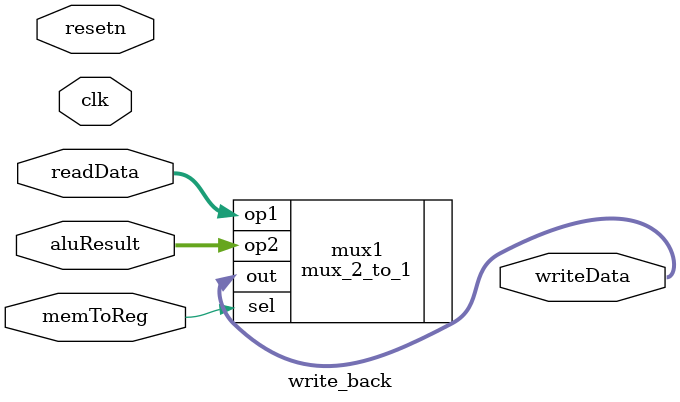
<source format=sv>
module write_back (
    input clk,
    input resetn,
    input [31:0] readData,
    input [31:0] aluResult,
    input memToReg,
    output [31:0] writeData
);
    mux_2_to_1 mux1 (
        .op1(readData),
        .op2(aluResult),
        .sel(memToReg),
        .out(writeData)
    );
endmodule
</source>
